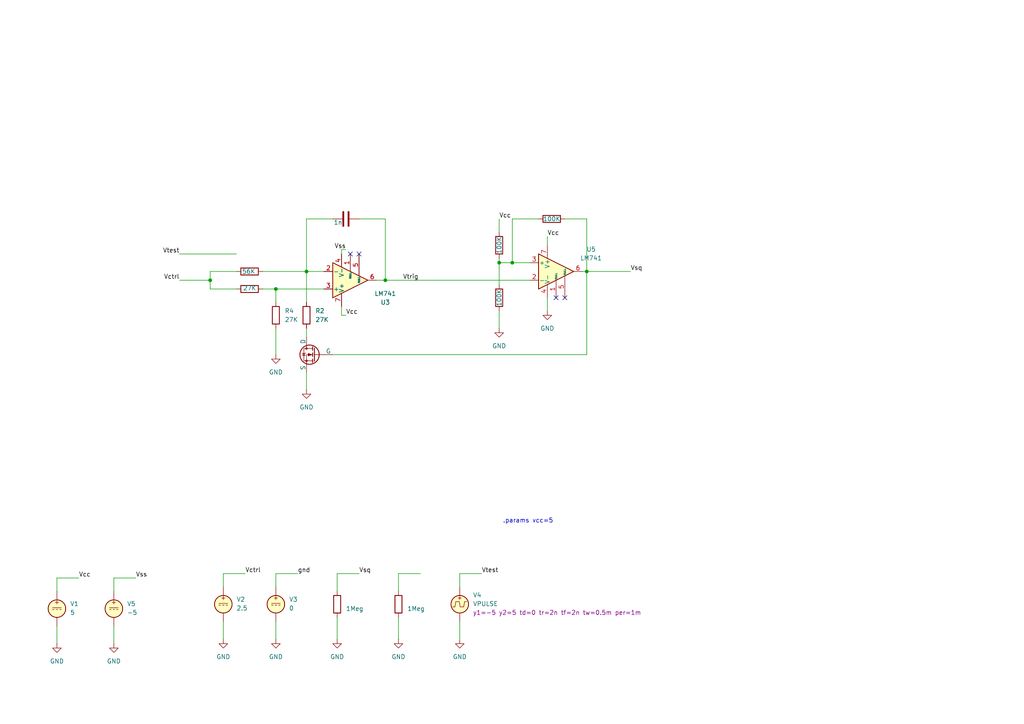
<source format=kicad_sch>
(kicad_sch (version 20250114) (generator "eeschema") (generator_version "9.0")
  (paper "A4")
  (lib_symbols
    (symbol "Amplifier_Operational:LM741" (pin_names (offset 0.127))
      (property "Reference" "U" (at 0 6.35 0))
      (property "Value" "LM741" (at 0 3.81 0))
      (symbol "LM741_0_1"
        (polyline (pts (xy -5.08 5.08) (xy 5.08 0) (xy -5.08 -5.08) (xy -5.08 5.08)) (stroke (width 0.254)) (fill (type background)))
      )
      (symbol "LM741_1_1"
        (pin input line (at -7.62 2.54 0) (length 2.54) (name "+") (number "3"))
        (pin input line (at -7.62 -2.54 0) (length 2.54) (name "-") (number "2"))
        (pin power_in line (at -2.54 7.62 270) (length 3.81) (name "V+") (number "7"))
        (pin power_in line (at -2.54 -7.62 90) (length 3.81) (name "V-") (number "4"))
        (pin no_connect line (at 0 2.54 270) (length 2.54) (hide yes) (name "NC") (number "8"))
        (pin input line (at 0 -7.62 90) (length 5.08) (name "NULL") (number "1"))
        (pin input line (at 2.54 -7.62 90) (length 6.35) (name "NULL") (number "5"))
        (pin output line (at 7.62 0 180) (length 2.54) (name "~") (number "6"))
      )
    )
    (symbol "Device:C" (pin_numbers (hide yes)) (pin_names (offset 0.254))
      (property "Reference" "C" (at 0.635 2.54 0))
      (property "Value" "C" (at 0.635 -2.54 0))
      (symbol "C_0_1"
        (polyline (pts (xy -2.032 0.762) (xy 2.032 0.762)) (stroke (width 0.508)))
        (polyline (pts (xy -2.032 -0.762) (xy 2.032 -0.762)) (stroke (width 0.508)))
      )
      (symbol "C_1_1"
        (pin passive line (at 0 3.81 270) (length 2.794) (name "~") (number "1"))
        (pin passive line (at 0 -3.81 90) (length 2.794) (name "~") (number "2"))
      )
    )
    (symbol "Device:R" (pin_numbers (hide yes)) (pin_names (offset 0))
      (property "Reference" "R" (at 2.032 0 90))
      (property "Value" "R" (at 0 0 90))
      (symbol "R_0_1"
        (rectangle (start -1.016 -2.54) (end 1.016 2.54) (stroke (width 0.254)))
      )
      (symbol "R_1_1"
        (pin passive line (at 0 3.81 270) (length 1.27) (name "~") (number "1"))
        (pin passive line (at 0 -3.81 90) (length 1.27) (name "~") (number "2"))
      )
    )
    (symbol "Simulation_SPICE:NMOS" (pin_numbers (hide yes)) (pin_names (offset 0))
      (property "Reference" "Q" (at 5.08 1.27 0))
      (property "Value" "NMOS" (at 5.08 -1.27 0))
      (symbol "NMOS_0_1"
        (polyline (pts (xy 0.254 1.905) (xy 0.254 -1.905)) (stroke (width 0.254)))
        (polyline (pts (xy 0.254 0) (xy -2.54 0)))
        (polyline (pts (xy 0.762 2.286) (xy 0.762 1.27)) (stroke (width 0.254)))
        (polyline (pts (xy 0.762 0.508) (xy 0.762 -0.508)) (stroke (width 0.254)))
        (polyline (pts (xy 0.762 -1.27) (xy 0.762 -2.286)) (stroke (width 0.254)))
        (polyline (pts (xy 0.762 -1.778) (xy 3.302 -1.778) (xy 3.302 1.778) (xy 0.762 1.778)))
        (polyline (pts (xy 1.016 0) (xy 2.032 0.381) (xy 2.032 -0.381) (xy 1.016 0)) (fill (type outline)))
        (circle (center 1.651 0) (radius 2.794) (stroke (width 0.254)))
        (polyline (pts (xy 2.54 2.54) (xy 2.54 1.778)))
        (circle (center 2.54 1.778) (radius 0.254) (fill (type outline)))
        (circle (center 2.54 -1.778) (radius 0.254) (fill (type outline)))
        (polyline (pts (xy 2.54 -2.54) (xy 2.54 0) (xy 0.762 0)))
        (polyline (pts (xy 2.794 0.508) (xy 2.921 0.381) (xy 3.683 0.381) (xy 3.81 0.254)))
        (polyline (pts (xy 3.302 0.381) (xy 2.921 -0.254) (xy 3.683 -0.254) (xy 3.302 0.381)))
      )
      (symbol "NMOS_1_1"
        (pin input line (at -5.08 0 0) (length 2.54) (name "G") (number "2"))
        (pin passive line (at 2.54 5.08 270) (length 2.54) (name "D") (number "1"))
        (pin passive line (at 2.54 -5.08 90) (length 2.54) (name "S") (number "3"))
      )
    )
    (symbol "Simulation_SPICE:VDC" (pin_numbers (hide yes)) (pin_names (offset 0.0254))
      (property "Reference" "V" (at 2.54 2.54 0))
      (property "Value" "1" (at 2.54 0 0))
      (symbol "VDC_0_0"
        (polyline (pts (xy -1.27 0.254) (xy 1.27 0.254)))
        (polyline (pts (xy -0.762 -0.254) (xy -1.27 -0.254)))
        (polyline (pts (xy 0.254 -0.254) (xy -0.254 -0.254)))
        (polyline (pts (xy 1.27 -0.254) (xy 0.762 -0.254)))
        (text "+" (at 0 1.905 0) (effects (font (size 1.27 1.27))))
      )
      (symbol "VDC_0_1"
        (circle (center 0 0) (radius 2.54) (stroke (width 0.254)) (fill (type background)))
      )
      (symbol "VDC_1_1"
        (pin passive line (at 0 5.08 270) (length 2.54) (name "~") (number "1"))
        (pin passive line (at 0 -5.08 90) (length 2.54) (name "~") (number "2"))
      )
    )
    (symbol "Simulation_SPICE:VPULSE" (pin_numbers (hide yes)) (pin_names (offset 0.0254))
      (property "Reference" "V" (at 2.54 2.54 0))
      (property "Value" "VPULSE" (at 2.54 0 0))
      (property "Sim.Params" "y1=0 y2=1 td=2n tr=2n tf=2n tw=50n per=100n" (at 2.54 -2.54 0))
      (symbol "VPULSE_0_0"
        (polyline (pts (xy -2.032 -0.762) (xy -1.397 -0.762) (xy -1.143 0.762) (xy -0.127 0.762) (xy 0.127 -0.762) (xy 1.143 -0.762) (xy 1.397 0.762) (xy 2.032 0.762)))
        (text "+" (at 0 1.905 0) (effects (font (size 1.27 1.27))))
      )
      (symbol "VPULSE_0_1"
        (circle (center 0 0) (radius 2.54) (stroke (width 0.254)) (fill (type background)))
      )
      (symbol "VPULSE_1_1"
        (pin passive line (at 0 5.08 270) (length 2.54) (name "~") (number "1"))
        (pin passive line (at 0 -5.08 90) (length 2.54) (name "~") (number "2"))
      )
    )
    (symbol "power:GND" (power) (pin_numbers (hide yes)) (pin_names (offset 0) (hide yes))
      (property "Value" "GND" (at 0 -3.81 0))
      (symbol "GND_0_1"
        (polyline (pts (xy 0 0) (xy 0 -1.27) (xy 1.27 -1.27) (xy 0 -2.54) (xy -1.27 -1.27) (xy 0 -1.27)))
      )
      (symbol "GND_1_1"
        (pin power_in line (at 0 0 270) (length 0) (name "~") (number "1"))
      )
    )
  )
  (text ".params vcc=5" (at 153.162 151.13 0) (effects (font (size 1.27 1.27))))
  (junction (at 88.9 78.74))
  (junction (at 80.01 83.82))
  (junction (at 148.59 76.2))
  (junction (at 170.18 78.74))
  (junction (at 60.96 81.28))
  (junction (at 111.76 81.28))
  (junction (at 144.78 76.2))
  (no_connect (at 163.83 86.36))
  (no_connect (at 161.29 86.36))
  (no_connect (at 104.14 73.66))
  (no_connect (at 101.6 73.66))
  (wire (pts (xy 64.77 166.37) (xy 71.12 166.37)))
  (wire (pts (xy 80.01 166.37) (xy 80.01 170.18)))
  (wire (pts (xy 111.76 63.5) (xy 104.14 63.5)))
  (wire (pts (xy 111.76 63.5) (xy 111.76 81.28)))
  (wire (pts (xy 16.51 181.61) (xy 16.51 186.69)))
  (wire (pts (xy 99.06 88.9) (xy 99.06 91.44)))
  (wire (pts (xy 99.06 72.39) (xy 100.33 72.39)))
  (wire (pts (xy 170.18 78.74) (xy 170.18 102.87)))
  (wire (pts (xy 144.78 63.5) (xy 144.78 67.31)))
  (wire (pts (xy 96.52 102.87) (xy 170.18 102.87)))
  (wire (pts (xy 60.96 83.82) (xy 68.58 83.82)))
  (wire (pts (xy 88.9 78.74) (xy 76.2 78.74)))
  (wire (pts (xy 88.9 107.95) (xy 88.9 113.03)))
  (wire (pts (xy 64.77 180.34) (xy 64.77 185.42)))
  (wire (pts (xy 170.18 78.74) (xy 168.91 78.74)))
  (wire (pts (xy 88.9 63.5) (xy 88.9 78.74)))
  (wire (pts (xy 52.07 81.28) (xy 60.96 81.28)))
  (wire (pts (xy 170.18 63.5) (xy 170.18 78.74)))
  (wire (pts (xy 115.57 166.37) (xy 121.92 166.37)))
  (wire (pts (xy 88.9 95.25) (xy 88.9 97.79)))
  (wire (pts (xy 163.83 63.5) (xy 170.18 63.5)))
  (wire (pts (xy 115.57 179.07) (xy 115.57 185.42)))
  (wire (pts (xy 16.51 167.64) (xy 16.51 171.45)))
  (wire (pts (xy 88.9 78.74) (xy 88.9 87.63)))
  (wire (pts (xy 60.96 81.28) (xy 60.96 78.74)))
  (wire (pts (xy 80.01 166.37) (xy 86.36 166.37)))
  (wire (pts (xy 80.01 83.82) (xy 80.01 87.63)))
  (wire (pts (xy 99.06 91.44) (xy 100.33 91.44)))
  (wire (pts (xy 148.59 63.5) (xy 156.21 63.5)))
  (wire (pts (xy 33.02 181.61) (xy 33.02 186.69)))
  (wire (pts (xy 80.01 83.82) (xy 93.98 83.82)))
  (wire (pts (xy 111.76 81.28) (xy 153.67 81.28)))
  (wire (pts (xy 148.59 63.5) (xy 148.59 76.2)))
  (wire (pts (xy 144.78 90.17) (xy 144.78 95.25)))
  (wire (pts (xy 170.18 78.74) (xy 182.88 78.74)))
  (wire (pts (xy 60.96 78.74) (xy 68.58 78.74)))
  (wire (pts (xy 133.35 180.34) (xy 133.35 185.42)))
  (wire (pts (xy 158.75 68.58) (xy 158.75 71.12)))
  (wire (pts (xy 111.76 81.28) (xy 109.22 81.28)))
  (wire (pts (xy 144.78 76.2) (xy 144.78 82.55)))
  (wire (pts (xy 33.02 167.64) (xy 33.02 171.45)))
  (wire (pts (xy 144.78 74.93) (xy 144.78 76.2)))
  (wire (pts (xy 97.79 166.37) (xy 97.79 171.45)))
  (wire (pts (xy 93.98 78.74) (xy 88.9 78.74)))
  (wire (pts (xy 97.79 179.07) (xy 97.79 185.42)))
  (wire (pts (xy 96.52 63.5) (xy 88.9 63.5)))
  (wire (pts (xy 97.79 166.37) (xy 104.14 166.37)))
  (wire (pts (xy 133.35 166.37) (xy 133.35 170.18)))
  (wire (pts (xy 64.77 166.37) (xy 64.77 170.18)))
  (wire (pts (xy 80.01 95.25) (xy 80.01 102.87)))
  (wire (pts (xy 133.35 166.37) (xy 139.7 166.37)))
  (wire (pts (xy 16.51 167.64) (xy 22.86 167.64)))
  (wire (pts (xy 80.01 180.34) (xy 80.01 185.42)))
  (wire (pts (xy 99.06 72.39) (xy 99.06 73.66)))
  (wire (pts (xy 158.75 86.36) (xy 158.75 90.17)))
  (wire (pts (xy 76.2 83.82) (xy 80.01 83.82)))
  (wire (pts (xy 115.57 166.37) (xy 115.57 171.45)))
  (wire (pts (xy 60.96 83.82) (xy 60.96 81.28)))
  (wire (pts (xy 33.02 167.64) (xy 39.37 167.64)))
  (wire (pts (xy 153.67 76.2) (xy 148.59 76.2)))
  (wire (pts (xy 148.59 76.2) (xy 144.78 76.2)))
  (wire (pts (xy 52.07 73.66) (xy 68.58 73.66)))
  (label "gnd" (at 86.36 166.37 0))
  (label "Vcc" (at 158.75 68.58 0))
  (label "Vcc" (at 22.86 167.64 0))
  (label "Vss" (at 39.37 167.64 0))
  (label "Vtrig" (at 116.84 81.28 0))
  (label "Vcc" (at 144.78 63.5 0))
  (label "Vss" (at 100.33 72.39 180))
  (label "Vsq" (at 182.88 78.74 0))
  (label "Vtest" (at 52.07 73.66 180))
  (label "Vsq" (at 104.14 166.37 0))
  (label "Vctrl" (at 71.12 166.37 0))
  (label "Vctrl" (at 52.07 81.28 180))
  (label "Vtest" (at 139.7 166.37 0))
  (label "Vcc" (at 100.33 91.44 0))
  (symbol (lib_id "Simulation_SPICE:VDC") (at 64.77 175.26 0) (unit 1)
    (property "Reference" "V2" (at 68.58 173.8601 0) (effects (justify left)))
    (property "Value" "2.5" (at 68.58 176.4001 0) (effects (justify left)))
    (property "Datasheet" "https://ngspice.sourceforge.io/docs/ngspice-html-manual/manual.xhtml#sec_Independent_Sources_for" (effects (hide yes)))
    (property "Description" "Voltage source, DC" (effects (hide yes)))
    (property "Sim.Pins" "1=+ 2=-" (effects (hide yes)))
    (property "Sim.Type" "DC" (effects (hide yes)))
    (property "Sim.Device" "V" (effects (hide yes)))
  )
  (symbol (lib_id "Device:R") (at 80.01 91.44 0) (unit 1)
    (property "Reference" "R4" (at 82.55 90.1699 0) (effects (justify left)))
    (property "Value" "27K" (at 82.55 92.7099 0) (effects (justify left)))
    (property "Description" "Resistor" (effects (hide yes)))
  )
  (symbol (lib_id "power:GND") (at 158.75 90.17 0) (unit 1)
    (property "Reference" "#PWR07" (effects (hide yes)))
    (property "Value" "GND" (at 158.75 95.25 0))
    (property "Description" "Power symbol creates a global label with name \"GND\" , ground" (effects (hide yes)))
  )
  (symbol (lib_id "power:GND") (at 88.9 113.03 0) (unit 1)
    (property "Reference" "#PWR05" (effects (hide yes)))
    (property "Value" "GND" (at 88.9 118.11 0))
    (property "Description" "Power symbol creates a global label with name \"GND\" , ground" (effects (hide yes)))
  )
  (symbol (lib_id "Amplifier_Operational:LM741") (at 101.6 81.28 0) (mirror x) (unit 1)
    (property "Reference" "U3" (at 111.76 87.7002 0))
    (property "Value" "LM741" (at 111.76 85.1602 0))
    (property "Datasheet" "http://www.ti.com/lit/ds/symlink/lm741.pdf" (effects (hide yes)))
    (property "Description" "Operational Amplifier, DIP-8/TO-99-8" (effects (hide yes)))
    (property "Sim.Library" "/home/harris/Drive/University/8ο Εξάμηνο/ΣΑΗΣ - Σχεδίαση Αναλογικών Ηλεκτρονικών Συστημάτων/Εργαστήριο/kicad/741.lib" (effects (hide yes)))
    (property "Sim.Name" "KI741" (effects (hide yes)))
    (property "Sim.Device" "SUBCKT" (effects (hide yes)))
    (property "Sim.Pins" "1=O1 2=Inv 3=Ninv 4=Vee 5=O2 6=Out 7=Vcc" (effects (hide yes)))
  )
  (symbol (lib_id "Device:R") (at 97.79 175.26 0) (unit 1)
    (property "Reference" "R8" (effects (hide yes)))
    (property "Value" "1Meg" (at 100.33 176.5299 0) (effects (justify left)))
    (property "Description" "Resistor" (effects (hide yes)))
  )
  (symbol (lib_id "Device:R") (at 88.9 91.44 0) (unit 1)
    (property "Reference" "R2" (at 91.44 90.1699 0) (effects (justify left)))
    (property "Value" "27K" (at 91.44 92.7099 0) (effects (justify left)))
    (property "Description" "Resistor" (effects (hide yes)))
  )
  (symbol (lib_id "Device:C") (at 100.33 63.5 90) (unit 1)
    (property "Reference" "C1" (effects (hide yes)))
    (property "Value" "1n" (at 98.044 64.516 90))
    (property "Description" "Unpolarized capacitor" (effects (hide yes)))
  )
  (symbol (lib_id "Device:R") (at 144.78 86.36 180) (unit 1)
    (property "Reference" "R7" (effects (hide yes)))
    (property "Value" "100K" (at 144.78 86.36 90))
    (property "Description" "Resistor" (effects (hide yes)))
  )
  (symbol (lib_id "Amplifier_Operational:LM741") (at 161.29 78.74 0) (unit 1)
    (property "Reference" "U5" (at 171.45 72.3198 0))
    (property "Value" "LM741" (at 171.45 74.8598 0))
    (property "Datasheet" "http://www.ti.com/lit/ds/symlink/lm741.pdf" (effects (hide yes)))
    (property "Description" "Operational Amplifier, DIP-8/TO-99-8" (effects (hide yes)))
    (property "Sim.Library" "/home/harris/Drive/University/8ο Εξάμηνο/ΣΑΗΣ - Σχεδίαση Αναλογικών Ηλεκτρονικών Συστημάτων/Εργαστήριο/kicad/741.lib" (effects (hide yes)))
    (property "Sim.Name" "KI741" (effects (hide yes)))
    (property "Sim.Device" "SUBCKT" (effects (hide yes)))
    (property "Sim.Pins" "1=O1 2=Inv 3=Ninv 4=Vee 5=O2 6=Out 7=Vcc" (effects (hide yes)))
  )
  (symbol (lib_id "Device:R") (at 72.39 83.82 90) (unit 1)
    (property "Reference" "R3" (effects (hide yes)))
    (property "Value" "27K" (at 72.39 83.566 90))
    (property "Description" "Resistor" (effects (hide yes)))
  )
  (symbol (lib_id "Device:R") (at 72.39 78.74 90) (unit 1)
    (property "Reference" "R1" (effects (hide yes)))
    (property "Value" "56K" (at 72.136 78.74 90))
    (property "Description" "Resistor" (effects (hide yes)))
  )
  (symbol (lib_id "Device:R") (at 115.57 175.26 0) (unit 1)
    (property "Reference" "R9" (effects (hide yes)))
    (property "Value" "1Meg" (at 118.11 176.5299 0) (effects (justify left)))
    (property "Description" "Resistor" (effects (hide yes)))
  )
  (symbol (lib_id "power:GND") (at 115.57 185.42 0) (unit 1)
    (property "Reference" "#PWR06" (effects (hide yes)))
    (property "Value" "GND" (at 115.57 190.5 0))
    (property "Description" "Power symbol creates a global label with name \"GND\" , ground" (effects (hide yes)))
  )
  (symbol (lib_id "Device:R") (at 144.78 71.12 180) (unit 1)
    (property "Reference" "R6" (effects (hide yes)))
    (property "Value" "100K" (at 144.78 71.12 90))
    (property "Description" "Resistor" (effects (hide yes)))
  )
  (symbol (lib_id "Simulation_SPICE:VDC") (at 33.02 176.53 0) (unit 1)
    (property "Reference" "V5" (at 36.83 175.1301 0) (effects (justify left)))
    (property "Value" "-5" (at 36.83 177.6701 0) (effects (justify left)))
    (property "Datasheet" "https://ngspice.sourceforge.io/docs/ngspice-html-manual/manual.xhtml#sec_Independent_Sources_for" (effects (hide yes)))
    (property "Description" "Voltage source, DC" (effects (hide yes)))
    (property "Sim.Pins" "1=+ 2=-" (effects (hide yes)))
    (property "Sim.Type" "DC" (effects (hide yes)))
    (property "Sim.Device" "V" (effects (hide yes)))
  )
  (symbol (lib_id "power:GND") (at 144.78 95.25 0) (unit 1)
    (property "Reference" "#PWR08" (effects (hide yes)))
    (property "Value" "GND" (at 144.78 100.33 0))
    (property "Description" "Power symbol creates a global label with name \"GND\" , ground" (effects (hide yes)))
  )
  (symbol (lib_id "power:GND") (at 64.77 185.42 0) (unit 1)
    (property "Reference" "#PWR02" (effects (hide yes)))
    (property "Value" "GND" (at 64.77 190.5 0))
    (property "Description" "Power symbol creates a global label with name \"GND\" , ground" (effects (hide yes)))
  )
  (symbol (lib_id "power:GND") (at 133.35 185.42 0) (unit 1)
    (property "Reference" "#PWR09" (effects (hide yes)))
    (property "Value" "GND" (at 133.35 190.5 0))
    (property "Description" "Power symbol creates a global label with name \"GND\" , ground" (effects (hide yes)))
  )
  (symbol (lib_id "power:GND") (at 97.79 185.42 0) (unit 1)
    (property "Reference" "#PWR03" (effects (hide yes)))
    (property "Value" "GND" (at 97.79 190.5 0))
    (property "Description" "Power symbol creates a global label with name \"GND\" , ground" (effects (hide yes)))
  )
  (symbol (lib_id "power:GND") (at 80.01 102.87 0) (unit 1)
    (property "Reference" "#PWR010" (effects (hide yes)))
    (property "Value" "GND" (at 80.01 107.95 0))
    (property "Description" "Power symbol creates a global label with name \"GND\" , ground" (effects (hide yes)))
  )
  (symbol (lib_id "power:GND") (at 80.01 185.42 0) (unit 1)
    (property "Reference" "#PWR04" (effects (hide yes)))
    (property "Value" "GND" (at 80.01 190.5 0))
    (property "Description" "Power symbol creates a global label with name \"GND\" , ground" (effects (hide yes)))
  )
  (symbol (lib_id "Simulation_SPICE:VDC") (at 16.51 176.53 0) (unit 1)
    (property "Reference" "V1" (at 20.32 175.1301 0) (effects (justify left)))
    (property "Value" "5" (at 20.32 177.6701 0) (effects (justify left)))
    (property "Datasheet" "https://ngspice.sourceforge.io/docs/ngspice-html-manual/manual.xhtml#sec_Independent_Sources_for" (effects (hide yes)))
    (property "Description" "Voltage source, DC" (effects (hide yes)))
    (property "Sim.Pins" "1=+ 2=-" (effects (hide yes)))
    (property "Sim.Type" "DC" (effects (hide yes)))
    (property "Sim.Device" "V" (effects (hide yes)))
  )
  (symbol (lib_id "power:GND") (at 33.02 186.69 0) (unit 1)
    (property "Reference" "#PWR011" (effects (hide yes)))
    (property "Value" "GND" (at 33.02 191.77 0))
    (property "Description" "Power symbol creates a global label with name \"GND\" , ground" (effects (hide yes)))
  )
  (symbol (lib_id "power:GND") (at 16.51 186.69 0) (unit 1)
    (property "Reference" "#PWR01" (effects (hide yes)))
    (property "Value" "GND" (at 16.51 191.77 0))
    (property "Description" "Power symbol creates a global label with name \"GND\" , ground" (effects (hide yes)))
  )
  (symbol (lib_id "Simulation_SPICE:VDC") (at 80.01 175.26 0) (unit 1)
    (property "Reference" "V3" (at 83.82 173.8601 0) (effects (justify left)))
    (property "Value" "0" (at 83.82 176.4001 0) (effects (justify left)))
    (property "Datasheet" "https://ngspice.sourceforge.io/docs/ngspice-html-manual/manual.xhtml#sec_Independent_Sources_for" (effects (hide yes)))
    (property "Description" "Voltage source, DC" (effects (hide yes)))
    (property "Sim.Pins" "1=+ 2=-" (effects (hide yes)))
    (property "Sim.Type" "DC" (effects (hide yes)))
    (property "Sim.Device" "V" (effects (hide yes)))
  )
  (symbol (lib_id "Simulation_SPICE:VPULSE") (at 133.35 175.26 0) (unit 1)
    (property "Reference" "V4" (at 137.16 172.5901 0) (effects (justify left)))
    (property "Value" "VPULSE" (at 137.16 175.1301 0) (effects (justify left)))
    (property "Datasheet" "https://ngspice.sourceforge.io/docs/ngspice-html-manual/manual.xhtml#sec_Independent_Sources_for" (effects (hide yes)))
    (property "Description" "Voltage source, pulse" (effects (hide yes)))
    (property "Sim.Pins" "1=+ 2=-" (effects (hide yes)))
    (property "Sim.Type" "PULSE" (effects (hide yes)))
    (property "Sim.Device" "V" (effects (hide yes)))
    (property "Sim.Params" "y1=-5 y2=5 td=0 tr=2n tf=2n tw=0.5m per=1m" (at 137.16 177.6701 0) (effects (justify left)))
  )
  (symbol (lib_id "Device:R") (at 160.02 63.5 90) (unit 1)
    (property "Reference" "R5" (effects (hide yes)))
    (property "Value" "100K" (at 160.02 63.5 90))
    (property "Description" "Resistor" (effects (hide yes)))
  )
  (symbol (lib_id "Simulation_SPICE:NMOS") (at 91.44 102.87 0) (mirror y) (unit 1)
    (property "Reference" "Q2" (effects (hide yes)))
    (property "Value" "NMOS" (effects (hide yes)))
    (property "Datasheet" "https://ngspice.sourceforge.io/docs/ngspice-html-manual/manual.xhtml#cha_MOSFETs" (effects (hide yes)))
    (property "Description" "N-MOSFET transistor, drain/source/gate" (effects (hide yes)))
    (property "Sim.Device" "SUBCKT" (effects (hide yes)))
    (property "Sim.Pins" "1=1 2=2 3=3" (effects (hide yes)))
    (property "Sim.Library" "/home/harris/Drive/University/8ο Εξάμηνο/ΣΑΗΣ - Σχεδίαση Αναλογικών Ηλεκτρονικών Συστημάτων/Εργαστήριο/Βιβλιοθήκες για LTspice/BS170.lib" (effects (hide yes)))
    (property "Sim.Name" "BS170" (effects (hide yes)))
  )
)
</source>
